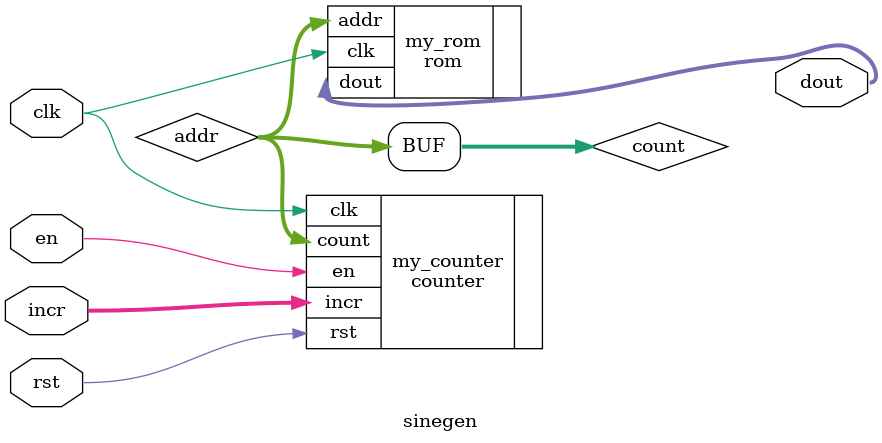
<source format=sv>
module sinegen (
    input logic clk,
    input logic rst,
    input logic en,
    input logic [7:0] incr,
    output logic [7:0] dout
);

    logic [7:0] count;
    logic [7:0] addr;

    // Instantiate counter
    counter my_counter (
        .clk(clk),
        .rst(rst),
        .en(en),
        .incr(incr),
        .count(count)
    );

    // Connect counter output to ROM address input
    assign addr = count;

    // Instantiate rom
    rom my_rom (
        .clk(clk),
        .addr(addr),
        .dout(dout)
    );

endmodule

</source>
